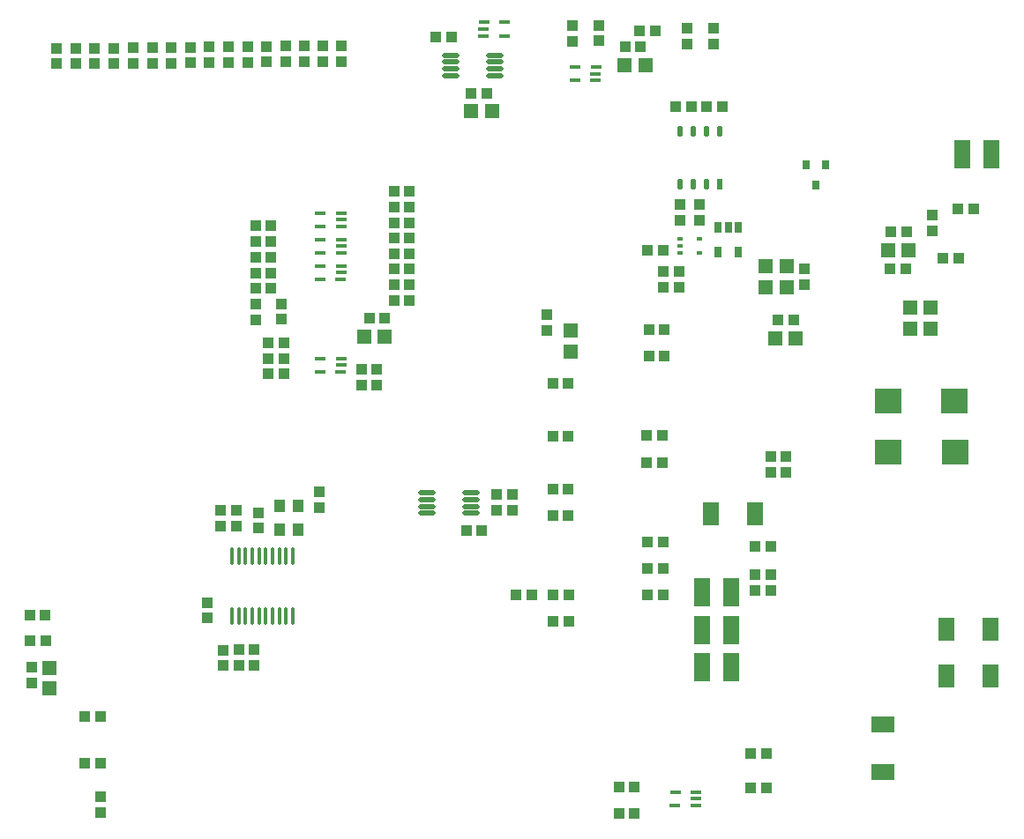
<source format=gbp>
G04*
G04 #@! TF.GenerationSoftware,Altium Limited,Altium Designer,18.1.2 (67)*
G04*
G04 Layer_Color=128*
%FSLAX44Y44*%
%MOMM*%
G71*
G01*
G75*
%ADD14R,1.0000X1.0000*%
%ADD15R,1.0000X1.0000*%
%ADD16R,1.4000X1.4000*%
%ADD17R,1.4000X1.4000*%
%ADD21R,1.6200X2.1800*%
%ADD22R,1.6000X2.7000*%
%ADD26R,0.7000X0.8500*%
%ADD30O,1.6500X0.5000*%
%ADD86R,2.6000X2.4000*%
%ADD87R,1.0000X0.3500*%
%ADD88R,2.3000X1.5200*%
%ADD89R,0.7000X1.0000*%
%ADD90O,0.5100X1.1000*%
%ADD91R,0.5100X1.1000*%
%ADD92R,0.5000X0.4000*%
%ADD93R,1.1000X1.3000*%
%ADD94O,0.3500X1.7000*%
D14*
X854456Y579374D02*
D03*
Y594374D02*
D03*
X484632Y498348D02*
D03*
Y483348D02*
D03*
X158496Y221996D02*
D03*
Y206996D02*
D03*
X230378Y509150D02*
D03*
Y494150D02*
D03*
X208280Y308490D02*
D03*
Y293490D02*
D03*
X266700Y328048D02*
D03*
Y313048D02*
D03*
X189230Y161544D02*
D03*
Y176544D02*
D03*
X732282Y542424D02*
D03*
Y527424D02*
D03*
X699516Y347218D02*
D03*
Y362218D02*
D03*
X714502Y362204D02*
D03*
Y347204D02*
D03*
X612648Y604266D02*
D03*
Y589266D02*
D03*
X203962Y161544D02*
D03*
Y176544D02*
D03*
X174244Y161410D02*
D03*
Y176410D02*
D03*
X186944Y295656D02*
D03*
Y310656D02*
D03*
X171958Y295656D02*
D03*
Y310656D02*
D03*
X306832Y430784D02*
D03*
Y445784D02*
D03*
X321818Y430784D02*
D03*
Y445784D02*
D03*
X611632Y539750D02*
D03*
Y524750D02*
D03*
X596646Y539750D02*
D03*
Y524750D02*
D03*
X56134Y35306D02*
D03*
Y20306D02*
D03*
X205232Y493776D02*
D03*
Y508776D02*
D03*
X14478Y739732D02*
D03*
Y754732D02*
D03*
X32766Y739732D02*
D03*
Y754732D02*
D03*
X287528Y741764D02*
D03*
Y756764D02*
D03*
X50800Y739732D02*
D03*
Y754732D02*
D03*
X269748Y741764D02*
D03*
Y756764D02*
D03*
X69342Y739732D02*
D03*
Y754732D02*
D03*
X251968Y741764D02*
D03*
Y756764D02*
D03*
X87884Y739986D02*
D03*
Y754986D02*
D03*
X233934Y741510D02*
D03*
Y756510D02*
D03*
X106172Y739986D02*
D03*
Y754986D02*
D03*
X215646Y741256D02*
D03*
Y756256D02*
D03*
X124460Y740240D02*
D03*
Y755240D02*
D03*
X197612Y741002D02*
D03*
Y756002D02*
D03*
X142748Y740494D02*
D03*
Y755494D02*
D03*
X179070Y740748D02*
D03*
Y755748D02*
D03*
X160782Y740748D02*
D03*
Y755748D02*
D03*
X-9906Y144646D02*
D03*
Y159646D02*
D03*
X619506Y773564D02*
D03*
Y758564D02*
D03*
X644652Y773564D02*
D03*
Y758564D02*
D03*
X631190Y589534D02*
D03*
Y604534D02*
D03*
X534416Y776612D02*
D03*
Y761612D02*
D03*
X509524Y776358D02*
D03*
Y761358D02*
D03*
D15*
X553974Y19050D02*
D03*
X568974D02*
D03*
X553974Y44450D02*
D03*
X568974D02*
D03*
X588772Y771144D02*
D03*
X573772D02*
D03*
X378206Y765556D02*
D03*
X393206D02*
D03*
X814578Y542798D02*
D03*
X829578D02*
D03*
X41014Y67564D02*
D03*
X56014D02*
D03*
X232664Y456692D02*
D03*
X217664D02*
D03*
X220218Y523748D02*
D03*
X205218D02*
D03*
X220218Y553974D02*
D03*
X205218D02*
D03*
X220218Y583946D02*
D03*
X205218D02*
D03*
X595616Y382270D02*
D03*
X580616D02*
D03*
X595616Y356616D02*
D03*
X580616D02*
D03*
X597648Y458470D02*
D03*
X582648D02*
D03*
X597648Y483870D02*
D03*
X582648D02*
D03*
X684784Y233680D02*
D03*
X699784D02*
D03*
X684650Y248666D02*
D03*
X699650D02*
D03*
X684904Y276098D02*
D03*
X699904D02*
D03*
X422536Y290830D02*
D03*
X407536D02*
D03*
X894214Y600456D02*
D03*
X879214D02*
D03*
X814952Y578104D02*
D03*
X829952D02*
D03*
X505714Y203962D02*
D03*
X490714D02*
D03*
X505714Y229362D02*
D03*
X490714D02*
D03*
X56134Y112268D02*
D03*
X41134D02*
D03*
X490346Y330962D02*
D03*
X505346D02*
D03*
X490346Y305816D02*
D03*
X505346D02*
D03*
X505460Y432308D02*
D03*
X490460D02*
D03*
X436880Y310642D02*
D03*
X451880D02*
D03*
X436880Y325628D02*
D03*
X451880D02*
D03*
X3302Y210312D02*
D03*
X-11698D02*
D03*
X3556Y185166D02*
D03*
X-11444D02*
D03*
X695452Y76708D02*
D03*
X680452D02*
D03*
X680332Y43942D02*
D03*
X695332D02*
D03*
X338074Y616966D02*
D03*
X353074D02*
D03*
X338074Y601980D02*
D03*
X353074D02*
D03*
X338074Y586994D02*
D03*
X353074D02*
D03*
X338074Y572008D02*
D03*
X353074D02*
D03*
X338074Y557022D02*
D03*
X353074D02*
D03*
X338074Y542290D02*
D03*
X353074D02*
D03*
X338074Y527050D02*
D03*
X353074D02*
D03*
X338074Y512064D02*
D03*
X353074D02*
D03*
X220218Y568960D02*
D03*
X205218D02*
D03*
X220218Y538734D02*
D03*
X205218D02*
D03*
X232664Y471678D02*
D03*
X217664D02*
D03*
X232664Y441706D02*
D03*
X217664D02*
D03*
X329318Y495046D02*
D03*
X314318D02*
D03*
X581660Y560324D02*
D03*
X596660D02*
D03*
X608330Y698754D02*
D03*
X623330D02*
D03*
X638302D02*
D03*
X653302D02*
D03*
X412108Y711454D02*
D03*
X427108D02*
D03*
X455422Y229108D02*
D03*
X470422D02*
D03*
X490346Y381762D02*
D03*
X505346D02*
D03*
X596646Y280162D02*
D03*
X581646D02*
D03*
X596646Y254762D02*
D03*
X581646D02*
D03*
X596646Y229108D02*
D03*
X581646D02*
D03*
X574936Y755904D02*
D03*
X559936D02*
D03*
X879856Y552704D02*
D03*
X864856D02*
D03*
X721494Y493268D02*
D03*
X706494D02*
D03*
D16*
X508000Y483202D02*
D03*
Y463202D02*
D03*
X7620Y139352D02*
D03*
Y159352D02*
D03*
X714756Y544924D02*
D03*
Y524924D02*
D03*
X695198Y544924D02*
D03*
Y524924D02*
D03*
D17*
X853534Y485140D02*
D03*
X833534D02*
D03*
X853534Y505206D02*
D03*
X833534D02*
D03*
X579722Y738378D02*
D03*
X559722D02*
D03*
X412402Y693928D02*
D03*
X432402D02*
D03*
X812198Y560324D02*
D03*
X832198D02*
D03*
X329278Y477266D02*
D03*
X309278D02*
D03*
X703740Y475742D02*
D03*
X723740D02*
D03*
D21*
X642094Y307594D02*
D03*
X684294D02*
D03*
X868662Y196342D02*
D03*
X910862D02*
D03*
Y151638D02*
D03*
X868662D02*
D03*
D22*
X633954Y231648D02*
D03*
X661954D02*
D03*
X633700Y160020D02*
D03*
X661700D02*
D03*
X633700Y195834D02*
D03*
X661700D02*
D03*
X883636Y652526D02*
D03*
X911636D02*
D03*
D26*
X733450Y642697D02*
D03*
X752450Y642739D02*
D03*
X742950Y623197D02*
D03*
D30*
X392516Y728374D02*
D03*
Y734874D02*
D03*
Y741374D02*
D03*
Y747874D02*
D03*
X435016Y728374D02*
D03*
Y734874D02*
D03*
Y741374D02*
D03*
Y747874D02*
D03*
X412410Y327250D02*
D03*
Y320750D02*
D03*
Y314250D02*
D03*
Y307750D02*
D03*
X369910Y327250D02*
D03*
Y320750D02*
D03*
Y314250D02*
D03*
Y307750D02*
D03*
D86*
X812296Y415290D02*
D03*
X876296D02*
D03*
X812804Y366776D02*
D03*
X876804D02*
D03*
D87*
X608142Y39878D02*
D03*
X607942Y26878D02*
D03*
X628142Y39878D02*
D03*
X628042Y33378D02*
D03*
X627942Y26878D02*
D03*
X267276Y456692D02*
D03*
X267076Y443692D02*
D03*
X287276Y456692D02*
D03*
X287176Y450192D02*
D03*
X287076Y443692D02*
D03*
X267274Y545592D02*
D03*
X267074Y532592D02*
D03*
X287274Y545592D02*
D03*
X287174Y539092D02*
D03*
X287074Y532592D02*
D03*
X267528Y570992D02*
D03*
X267328Y557992D02*
D03*
X287528Y570992D02*
D03*
X287428Y564492D02*
D03*
X287328Y557992D02*
D03*
X267528Y596138D02*
D03*
X267328Y583138D02*
D03*
X287528Y596138D02*
D03*
X287428Y589638D02*
D03*
X287328Y583138D02*
D03*
X444180Y766318D02*
D03*
X444380Y779318D02*
D03*
X424180Y766318D02*
D03*
X424280Y772818D02*
D03*
X424380Y779318D02*
D03*
X511876Y736600D02*
D03*
X511676Y723600D02*
D03*
X531876Y736600D02*
D03*
X531776Y730100D02*
D03*
X531676Y723600D02*
D03*
D88*
X807466Y59182D02*
D03*
Y105182D02*
D03*
D89*
X649478Y558676D02*
D03*
X668478D02*
D03*
Y582676D02*
D03*
X658978D02*
D03*
X649478D02*
D03*
D90*
X612394Y675078D02*
D03*
X625094D02*
D03*
X637794D02*
D03*
X650494D02*
D03*
X612394Y624078D02*
D03*
X625094D02*
D03*
X637794D02*
D03*
D91*
X650494D02*
D03*
D92*
X612394Y558292D02*
D03*
Y564792D02*
D03*
Y571292D02*
D03*
X631394D02*
D03*
Y558292D02*
D03*
D93*
X246126Y314702D02*
D03*
X228126Y291702D02*
D03*
Y314702D02*
D03*
X246126Y291702D02*
D03*
D94*
X182586Y266244D02*
D03*
X189086D02*
D03*
X195586D02*
D03*
X202086D02*
D03*
X208586D02*
D03*
X215086D02*
D03*
X221586D02*
D03*
X228086D02*
D03*
X234586D02*
D03*
X241086D02*
D03*
X182586Y209244D02*
D03*
X189086D02*
D03*
X195586D02*
D03*
X202086D02*
D03*
X208586D02*
D03*
X215086D02*
D03*
X221586D02*
D03*
X228086D02*
D03*
X234586D02*
D03*
X241086D02*
D03*
M02*

</source>
